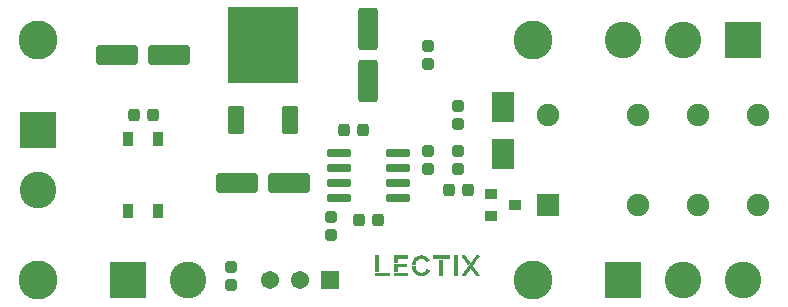
<source format=gts>
G04 #@! TF.GenerationSoftware,KiCad,Pcbnew,6.0.9-8da3e8f707~116~ubuntu20.04.1*
G04 #@! TF.CreationDate,2023-03-26T17:56:32+00:00*
G04 #@! TF.ProjectId,LEC011001,4c454330-3131-4303-9031-2e6b69636164,rev?*
G04 #@! TF.SameCoordinates,Original*
G04 #@! TF.FileFunction,Soldermask,Top*
G04 #@! TF.FilePolarity,Negative*
%FSLAX46Y46*%
G04 Gerber Fmt 4.6, Leading zero omitted, Abs format (unit mm)*
G04 Created by KiCad (PCBNEW 6.0.9-8da3e8f707~116~ubuntu20.04.1) date 2023-03-26 17:56:32*
%MOMM*%
%LPD*%
G01*
G04 APERTURE LIST*
G04 Aperture macros list*
%AMRoundRect*
0 Rectangle with rounded corners*
0 $1 Rounding radius*
0 $2 $3 $4 $5 $6 $7 $8 $9 X,Y pos of 4 corners*
0 Add a 4 corners polygon primitive as box body*
4,1,4,$2,$3,$4,$5,$6,$7,$8,$9,$2,$3,0*
0 Add four circle primitives for the rounded corners*
1,1,$1+$1,$2,$3*
1,1,$1+$1,$4,$5*
1,1,$1+$1,$6,$7*
1,1,$1+$1,$8,$9*
0 Add four rect primitives between the rounded corners*
20,1,$1+$1,$2,$3,$4,$5,0*
20,1,$1+$1,$4,$5,$6,$7,0*
20,1,$1+$1,$6,$7,$8,$9,0*
20,1,$1+$1,$8,$9,$2,$3,0*%
G04 Aperture macros list end*
%ADD10C,0.010000*%
%ADD11RoundRect,0.300600X1.500400X0.550400X-1.500400X0.550400X-1.500400X-0.550400X1.500400X-0.550400X0*%
%ADD12RoundRect,0.269750X0.218750X0.256250X-0.218750X0.256250X-0.218750X-0.256250X0.218750X-0.256250X0*%
%ADD13RoundRect,0.269750X-0.218750X-0.256250X0.218750X-0.256250X0.218750X0.256250X-0.218750X0.256250X0*%
%ADD14RoundRect,0.269750X0.256250X-0.218750X0.256250X0.218750X-0.256250X0.218750X-0.256250X-0.218750X0*%
%ADD15RoundRect,0.300600X0.550400X-1.500400X0.550400X1.500400X-0.550400X1.500400X-0.550400X-1.500400X0*%
%ADD16RoundRect,0.051000X-0.400000X0.500000X-0.400000X-0.500000X0.400000X-0.500000X0.400000X0.500000X0*%
%ADD17RoundRect,0.269750X-0.256250X0.218750X-0.256250X-0.218750X0.256250X-0.218750X0.256250X0.218750X0*%
%ADD18RoundRect,0.051000X-0.900000X1.250000X-0.900000X-1.250000X0.900000X-1.250000X0.900000X1.250000X0*%
%ADD19C,3.302000*%
%ADD20RoundRect,0.051000X-1.500000X-1.500000X1.500000X-1.500000X1.500000X1.500000X-1.500000X1.500000X0*%
%ADD21C,3.102000*%
%ADD22RoundRect,0.051000X-1.500000X1.500000X-1.500000X-1.500000X1.500000X-1.500000X1.500000X1.500000X0*%
%ADD23RoundRect,0.051000X1.500000X1.500000X-1.500000X1.500000X-1.500000X-1.500000X1.500000X-1.500000X0*%
%ADD24C,1.902000*%
%ADD25RoundRect,0.051000X0.900000X-0.900000X0.900000X0.900000X-0.900000X0.900000X-0.900000X-0.900000X0*%
%ADD26RoundRect,0.051000X-0.450000X-0.400000X0.450000X-0.400000X0.450000X0.400000X-0.450000X0.400000X0*%
%ADD27RoundRect,0.051000X0.600000X-1.100000X0.600000X1.100000X-0.600000X1.100000X-0.600000X-1.100000X0*%
%ADD28RoundRect,0.051000X2.900000X-3.200000X2.900000X3.200000X-2.900000X3.200000X-2.900000X-3.200000X0*%
%ADD29RoundRect,0.051000X-0.720000X-0.720000X0.720000X-0.720000X0.720000X0.720000X-0.720000X0.720000X0*%
%ADD30C,1.542000*%
%ADD31RoundRect,0.201000X0.825000X0.150000X-0.825000X0.150000X-0.825000X-0.150000X0.825000X-0.150000X0*%
%ADD32RoundRect,0.276000X0.250000X-0.225000X0.250000X0.225000X-0.250000X0.225000X-0.250000X-0.225000X0*%
G04 APERTURE END LIST*
G04 #@! TO.C,LOGO1*
G36*
X119238740Y-52915820D02*
G01*
X119017760Y-52915820D01*
X119017760Y-51244500D01*
X119238740Y-51244500D01*
X119238740Y-52915820D01*
G37*
D10*
X119238740Y-52915820D02*
X119017760Y-52915820D01*
X119017760Y-51244500D01*
X119238740Y-51244500D01*
X119238740Y-52915820D01*
G36*
X114938520Y-52179220D02*
G01*
X114179060Y-52179220D01*
X114179060Y-52522120D01*
X113958080Y-52522120D01*
X113958080Y-51955700D01*
X114938520Y-51955700D01*
X114938520Y-52179220D01*
G37*
X114938520Y-52179220D02*
X114179060Y-52179220D01*
X114179060Y-52522120D01*
X113958080Y-52522120D01*
X113958080Y-51955700D01*
X114938520Y-51955700D01*
X114938520Y-52179220D01*
G36*
X112581400Y-52522120D02*
G01*
X112360420Y-52522120D01*
X112360420Y-51247040D01*
X112581400Y-51247040D01*
X112581400Y-52522120D01*
G37*
X112581400Y-52522120D02*
X112360420Y-52522120D01*
X112360420Y-51247040D01*
X112581400Y-51247040D01*
X112581400Y-52522120D01*
G36*
X115052820Y-51457860D02*
G01*
X114179060Y-51457860D01*
X114179060Y-51770280D01*
X113955540Y-51770280D01*
X113955540Y-51236880D01*
X115052820Y-51236880D01*
X115052820Y-51457860D01*
G37*
X115052820Y-51457860D02*
X114179060Y-51457860D01*
X114179060Y-51770280D01*
X113955540Y-51770280D01*
X113955540Y-51236880D01*
X115052820Y-51236880D01*
X115052820Y-51457860D01*
G36*
X120996304Y-51250092D02*
G01*
X121014850Y-51250188D01*
X121128296Y-51250850D01*
X120822148Y-51669183D01*
X120792064Y-51710298D01*
X120762787Y-51750325D01*
X120734458Y-51789069D01*
X120707217Y-51826338D01*
X120681206Y-51861940D01*
X120656566Y-51895680D01*
X120633436Y-51927366D01*
X120611957Y-51956806D01*
X120592271Y-51983806D01*
X120574518Y-52008172D01*
X120558839Y-52029713D01*
X120545374Y-52048236D01*
X120534265Y-52063546D01*
X120525651Y-52075452D01*
X120519674Y-52083760D01*
X120516474Y-52088277D01*
X120515946Y-52089087D01*
X120517407Y-52091269D01*
X120521707Y-52097370D01*
X120528703Y-52107192D01*
X120538256Y-52120541D01*
X120550224Y-52137220D01*
X120564465Y-52157032D01*
X120580838Y-52179783D01*
X120599202Y-52205275D01*
X120619416Y-52233314D01*
X120641337Y-52263701D01*
X120664825Y-52296243D01*
X120689739Y-52330742D01*
X120715938Y-52367003D01*
X120743279Y-52404829D01*
X120771622Y-52444025D01*
X120800825Y-52484395D01*
X120812671Y-52500766D01*
X120842190Y-52541564D01*
X120870913Y-52581274D01*
X120898699Y-52619701D01*
X120925405Y-52656647D01*
X120950889Y-52691916D01*
X120975010Y-52725310D01*
X120997626Y-52756635D01*
X121018595Y-52785692D01*
X121037775Y-52812285D01*
X121055025Y-52836218D01*
X121070202Y-52857293D01*
X121083164Y-52875315D01*
X121093770Y-52890086D01*
X121101878Y-52901411D01*
X121107346Y-52909091D01*
X121110033Y-52912932D01*
X121110296Y-52913347D01*
X121108016Y-52913981D01*
X121100822Y-52914522D01*
X121088878Y-52914969D01*
X121072349Y-52915317D01*
X121051400Y-52915563D01*
X121026196Y-52915703D01*
X120997266Y-52915734D01*
X120883390Y-52915649D01*
X120642090Y-52581780D01*
X120615526Y-52545037D01*
X120589765Y-52509426D01*
X120564965Y-52475163D01*
X120541283Y-52442466D01*
X120518876Y-52411550D01*
X120497902Y-52382632D01*
X120478517Y-52355929D01*
X120460880Y-52331658D01*
X120445147Y-52310034D01*
X120431475Y-52291274D01*
X120420023Y-52275596D01*
X120410948Y-52263215D01*
X120404406Y-52254347D01*
X120400556Y-52249211D01*
X120399520Y-52247933D01*
X120397906Y-52249950D01*
X120393455Y-52255854D01*
X120386324Y-52265427D01*
X120376674Y-52278455D01*
X120364661Y-52294722D01*
X120350447Y-52314010D01*
X120334188Y-52336106D01*
X120316044Y-52360791D01*
X120296173Y-52387851D01*
X120274734Y-52417070D01*
X120251887Y-52448231D01*
X120227789Y-52481119D01*
X120202600Y-52515518D01*
X120176477Y-52551211D01*
X120155680Y-52579644D01*
X120128925Y-52616214D01*
X120102965Y-52651667D01*
X120077961Y-52685786D01*
X120054072Y-52718355D01*
X120031458Y-52749156D01*
X120010279Y-52777973D01*
X119990693Y-52804589D01*
X119972863Y-52828787D01*
X119956946Y-52850350D01*
X119943102Y-52869061D01*
X119931493Y-52884704D01*
X119922276Y-52897061D01*
X119915613Y-52905916D01*
X119911662Y-52911051D01*
X119910570Y-52912335D01*
X119907574Y-52912529D01*
X119900025Y-52912680D01*
X119888450Y-52912789D01*
X119873375Y-52912853D01*
X119855327Y-52912870D01*
X119834833Y-52912839D01*
X119812419Y-52912759D01*
X119795648Y-52912672D01*
X119683267Y-52912010D01*
X120289225Y-52083970D01*
X120331717Y-52025907D01*
X120373457Y-51968878D01*
X120414343Y-51913019D01*
X120454276Y-51858469D01*
X120493154Y-51805363D01*
X120530878Y-51753839D01*
X120567347Y-51704036D01*
X120602459Y-51656089D01*
X120636115Y-51610136D01*
X120668214Y-51566314D01*
X120698655Y-51524761D01*
X120727338Y-51485614D01*
X120754162Y-51449011D01*
X120779027Y-51415087D01*
X120801832Y-51383981D01*
X120822477Y-51355831D01*
X120840860Y-51330772D01*
X120856882Y-51308943D01*
X120870441Y-51290481D01*
X120881437Y-51275522D01*
X120889771Y-51264205D01*
X120895340Y-51256667D01*
X120898045Y-51253044D01*
X120898294Y-51252728D01*
X120900129Y-51251936D01*
X120904193Y-51251292D01*
X120910860Y-51250789D01*
X120920504Y-51250418D01*
X120933497Y-51250171D01*
X120950212Y-51250039D01*
X120971024Y-51250016D01*
X120996304Y-51250092D01*
G37*
X120996304Y-51250092D02*
X121014850Y-51250188D01*
X121128296Y-51250850D01*
X120822148Y-51669183D01*
X120792064Y-51710298D01*
X120762787Y-51750325D01*
X120734458Y-51789069D01*
X120707217Y-51826338D01*
X120681206Y-51861940D01*
X120656566Y-51895680D01*
X120633436Y-51927366D01*
X120611957Y-51956806D01*
X120592271Y-51983806D01*
X120574518Y-52008172D01*
X120558839Y-52029713D01*
X120545374Y-52048236D01*
X120534265Y-52063546D01*
X120525651Y-52075452D01*
X120519674Y-52083760D01*
X120516474Y-52088277D01*
X120515946Y-52089087D01*
X120517407Y-52091269D01*
X120521707Y-52097370D01*
X120528703Y-52107192D01*
X120538256Y-52120541D01*
X120550224Y-52137220D01*
X120564465Y-52157032D01*
X120580838Y-52179783D01*
X120599202Y-52205275D01*
X120619416Y-52233314D01*
X120641337Y-52263701D01*
X120664825Y-52296243D01*
X120689739Y-52330742D01*
X120715938Y-52367003D01*
X120743279Y-52404829D01*
X120771622Y-52444025D01*
X120800825Y-52484395D01*
X120812671Y-52500766D01*
X120842190Y-52541564D01*
X120870913Y-52581274D01*
X120898699Y-52619701D01*
X120925405Y-52656647D01*
X120950889Y-52691916D01*
X120975010Y-52725310D01*
X120997626Y-52756635D01*
X121018595Y-52785692D01*
X121037775Y-52812285D01*
X121055025Y-52836218D01*
X121070202Y-52857293D01*
X121083164Y-52875315D01*
X121093770Y-52890086D01*
X121101878Y-52901411D01*
X121107346Y-52909091D01*
X121110033Y-52912932D01*
X121110296Y-52913347D01*
X121108016Y-52913981D01*
X121100822Y-52914522D01*
X121088878Y-52914969D01*
X121072349Y-52915317D01*
X121051400Y-52915563D01*
X121026196Y-52915703D01*
X120997266Y-52915734D01*
X120883390Y-52915649D01*
X120642090Y-52581780D01*
X120615526Y-52545037D01*
X120589765Y-52509426D01*
X120564965Y-52475163D01*
X120541283Y-52442466D01*
X120518876Y-52411550D01*
X120497902Y-52382632D01*
X120478517Y-52355929D01*
X120460880Y-52331658D01*
X120445147Y-52310034D01*
X120431475Y-52291274D01*
X120420023Y-52275596D01*
X120410948Y-52263215D01*
X120404406Y-52254347D01*
X120400556Y-52249211D01*
X120399520Y-52247933D01*
X120397906Y-52249950D01*
X120393455Y-52255854D01*
X120386324Y-52265427D01*
X120376674Y-52278455D01*
X120364661Y-52294722D01*
X120350447Y-52314010D01*
X120334188Y-52336106D01*
X120316044Y-52360791D01*
X120296173Y-52387851D01*
X120274734Y-52417070D01*
X120251887Y-52448231D01*
X120227789Y-52481119D01*
X120202600Y-52515518D01*
X120176477Y-52551211D01*
X120155680Y-52579644D01*
X120128925Y-52616214D01*
X120102965Y-52651667D01*
X120077961Y-52685786D01*
X120054072Y-52718355D01*
X120031458Y-52749156D01*
X120010279Y-52777973D01*
X119990693Y-52804589D01*
X119972863Y-52828787D01*
X119956946Y-52850350D01*
X119943102Y-52869061D01*
X119931493Y-52884704D01*
X119922276Y-52897061D01*
X119915613Y-52905916D01*
X119911662Y-52911051D01*
X119910570Y-52912335D01*
X119907574Y-52912529D01*
X119900025Y-52912680D01*
X119888450Y-52912789D01*
X119873375Y-52912853D01*
X119855327Y-52912870D01*
X119834833Y-52912839D01*
X119812419Y-52912759D01*
X119795648Y-52912672D01*
X119683267Y-52912010D01*
X120289225Y-52083970D01*
X120331717Y-52025907D01*
X120373457Y-51968878D01*
X120414343Y-51913019D01*
X120454276Y-51858469D01*
X120493154Y-51805363D01*
X120530878Y-51753839D01*
X120567347Y-51704036D01*
X120602459Y-51656089D01*
X120636115Y-51610136D01*
X120668214Y-51566314D01*
X120698655Y-51524761D01*
X120727338Y-51485614D01*
X120754162Y-51449011D01*
X120779027Y-51415087D01*
X120801832Y-51383981D01*
X120822477Y-51355831D01*
X120840860Y-51330772D01*
X120856882Y-51308943D01*
X120870441Y-51290481D01*
X120881437Y-51275522D01*
X120889771Y-51264205D01*
X120895340Y-51256667D01*
X120898045Y-51253044D01*
X120898294Y-51252728D01*
X120900129Y-51251936D01*
X120904193Y-51251292D01*
X120910860Y-51250789D01*
X120920504Y-51250418D01*
X120933497Y-51250171D01*
X120950212Y-51250039D01*
X120971024Y-51250016D01*
X120996304Y-51250092D01*
G36*
X115678402Y-52205255D02*
G01*
X115683120Y-52254642D01*
X115692714Y-52303391D01*
X115706988Y-52351126D01*
X115725743Y-52397472D01*
X115748784Y-52442055D01*
X115775913Y-52484500D01*
X115806933Y-52524432D01*
X115841648Y-52561476D01*
X115879860Y-52595258D01*
X115885940Y-52600066D01*
X115926038Y-52628193D01*
X115969345Y-52652754D01*
X116015214Y-52673491D01*
X116062999Y-52690147D01*
X116112054Y-52702466D01*
X116161733Y-52710191D01*
X116163061Y-52710331D01*
X116184417Y-52711812D01*
X116209012Y-52712277D01*
X116235170Y-52711784D01*
X116261216Y-52710393D01*
X116285475Y-52708161D01*
X116305040Y-52705369D01*
X116355420Y-52693968D01*
X116404171Y-52678011D01*
X116450973Y-52657722D01*
X116495506Y-52633326D01*
X116537447Y-52605050D01*
X116576477Y-52573119D01*
X116612275Y-52537757D01*
X116644521Y-52499189D01*
X116672893Y-52457642D01*
X116683459Y-52439570D01*
X116687764Y-52431866D01*
X116690977Y-52426162D01*
X116692419Y-52423660D01*
X116692428Y-52423648D01*
X116694718Y-52424589D01*
X116700966Y-52427586D01*
X116710622Y-52432356D01*
X116723134Y-52438617D01*
X116737950Y-52446087D01*
X116754518Y-52454484D01*
X116772288Y-52463526D01*
X116790709Y-52472930D01*
X116809227Y-52482414D01*
X116827292Y-52491697D01*
X116844353Y-52500496D01*
X116859857Y-52508530D01*
X116873254Y-52515515D01*
X116883992Y-52521170D01*
X116891519Y-52525212D01*
X116895284Y-52527360D01*
X116895579Y-52527574D01*
X116896342Y-52529476D01*
X116895650Y-52532864D01*
X116893236Y-52538246D01*
X116888829Y-52546130D01*
X116882161Y-52557022D01*
X116872963Y-52571432D01*
X116869532Y-52576730D01*
X116833745Y-52627247D01*
X116794233Y-52674456D01*
X116751253Y-52718181D01*
X116705061Y-52758245D01*
X116655915Y-52794473D01*
X116604071Y-52826690D01*
X116549786Y-52854719D01*
X116493317Y-52878386D01*
X116434922Y-52897513D01*
X116381386Y-52910608D01*
X116360451Y-52914715D01*
X116341307Y-52917937D01*
X116322786Y-52920387D01*
X116303721Y-52922177D01*
X116282944Y-52923419D01*
X116259286Y-52924226D01*
X116235190Y-52924665D01*
X116216965Y-52924860D01*
X116200071Y-52924960D01*
X116185281Y-52924966D01*
X116173367Y-52924880D01*
X116165103Y-52924704D01*
X116161530Y-52924485D01*
X116155642Y-52923741D01*
X116146310Y-52922630D01*
X116135138Y-52921341D01*
X116129780Y-52920735D01*
X116074003Y-52912047D01*
X116018007Y-52898574D01*
X115962401Y-52880545D01*
X115907794Y-52858188D01*
X115854797Y-52831731D01*
X115804019Y-52801401D01*
X115795770Y-52795955D01*
X115765798Y-52775098D01*
X115739044Y-52754653D01*
X115713942Y-52733317D01*
X115688927Y-52709790D01*
X115673718Y-52694501D01*
X115631520Y-52647656D01*
X115593616Y-52598179D01*
X115560086Y-52546236D01*
X115531014Y-52491994D01*
X115506482Y-52435618D01*
X115486574Y-52377274D01*
X115471371Y-52317129D01*
X115463187Y-52271477D01*
X115461980Y-52262261D01*
X115460577Y-52249810D01*
X115459087Y-52235307D01*
X115457618Y-52219937D01*
X115456281Y-52204885D01*
X115455185Y-52191334D01*
X115454438Y-52180470D01*
X115454150Y-52173505D01*
X115456602Y-52173107D01*
X115463621Y-52172738D01*
X115474692Y-52172405D01*
X115489304Y-52172119D01*
X115506941Y-52171886D01*
X115527091Y-52171717D01*
X115549241Y-52171620D01*
X115565519Y-52171600D01*
X115676899Y-52171600D01*
X115678402Y-52205255D01*
G37*
X115678402Y-52205255D02*
X115683120Y-52254642D01*
X115692714Y-52303391D01*
X115706988Y-52351126D01*
X115725743Y-52397472D01*
X115748784Y-52442055D01*
X115775913Y-52484500D01*
X115806933Y-52524432D01*
X115841648Y-52561476D01*
X115879860Y-52595258D01*
X115885940Y-52600066D01*
X115926038Y-52628193D01*
X115969345Y-52652754D01*
X116015214Y-52673491D01*
X116062999Y-52690147D01*
X116112054Y-52702466D01*
X116161733Y-52710191D01*
X116163061Y-52710331D01*
X116184417Y-52711812D01*
X116209012Y-52712277D01*
X116235170Y-52711784D01*
X116261216Y-52710393D01*
X116285475Y-52708161D01*
X116305040Y-52705369D01*
X116355420Y-52693968D01*
X116404171Y-52678011D01*
X116450973Y-52657722D01*
X116495506Y-52633326D01*
X116537447Y-52605050D01*
X116576477Y-52573119D01*
X116612275Y-52537757D01*
X116644521Y-52499189D01*
X116672893Y-52457642D01*
X116683459Y-52439570D01*
X116687764Y-52431866D01*
X116690977Y-52426162D01*
X116692419Y-52423660D01*
X116692428Y-52423648D01*
X116694718Y-52424589D01*
X116700966Y-52427586D01*
X116710622Y-52432356D01*
X116723134Y-52438617D01*
X116737950Y-52446087D01*
X116754518Y-52454484D01*
X116772288Y-52463526D01*
X116790709Y-52472930D01*
X116809227Y-52482414D01*
X116827292Y-52491697D01*
X116844353Y-52500496D01*
X116859857Y-52508530D01*
X116873254Y-52515515D01*
X116883992Y-52521170D01*
X116891519Y-52525212D01*
X116895284Y-52527360D01*
X116895579Y-52527574D01*
X116896342Y-52529476D01*
X116895650Y-52532864D01*
X116893236Y-52538246D01*
X116888829Y-52546130D01*
X116882161Y-52557022D01*
X116872963Y-52571432D01*
X116869532Y-52576730D01*
X116833745Y-52627247D01*
X116794233Y-52674456D01*
X116751253Y-52718181D01*
X116705061Y-52758245D01*
X116655915Y-52794473D01*
X116604071Y-52826690D01*
X116549786Y-52854719D01*
X116493317Y-52878386D01*
X116434922Y-52897513D01*
X116381386Y-52910608D01*
X116360451Y-52914715D01*
X116341307Y-52917937D01*
X116322786Y-52920387D01*
X116303721Y-52922177D01*
X116282944Y-52923419D01*
X116259286Y-52924226D01*
X116235190Y-52924665D01*
X116216965Y-52924860D01*
X116200071Y-52924960D01*
X116185281Y-52924966D01*
X116173367Y-52924880D01*
X116165103Y-52924704D01*
X116161530Y-52924485D01*
X116155642Y-52923741D01*
X116146310Y-52922630D01*
X116135138Y-52921341D01*
X116129780Y-52920735D01*
X116074003Y-52912047D01*
X116018007Y-52898574D01*
X115962401Y-52880545D01*
X115907794Y-52858188D01*
X115854797Y-52831731D01*
X115804019Y-52801401D01*
X115795770Y-52795955D01*
X115765798Y-52775098D01*
X115739044Y-52754653D01*
X115713942Y-52733317D01*
X115688927Y-52709790D01*
X115673718Y-52694501D01*
X115631520Y-52647656D01*
X115593616Y-52598179D01*
X115560086Y-52546236D01*
X115531014Y-52491994D01*
X115506482Y-52435618D01*
X115486574Y-52377274D01*
X115471371Y-52317129D01*
X115463187Y-52271477D01*
X115461980Y-52262261D01*
X115460577Y-52249810D01*
X115459087Y-52235307D01*
X115457618Y-52219937D01*
X115456281Y-52204885D01*
X115455185Y-52191334D01*
X115454438Y-52180470D01*
X115454150Y-52173505D01*
X115456602Y-52173107D01*
X115463621Y-52172738D01*
X115474692Y-52172405D01*
X115489304Y-52172119D01*
X115506941Y-52171886D01*
X115527091Y-52171717D01*
X115549241Y-52171620D01*
X115565519Y-52171600D01*
X115676899Y-52171600D01*
X115678402Y-52205255D01*
G36*
X118570720Y-51465480D02*
G01*
X117201660Y-51465480D01*
X117201660Y-51244500D01*
X118570720Y-51244500D01*
X118570720Y-51465480D01*
G37*
X118570720Y-51465480D02*
X117201660Y-51465480D01*
X117201660Y-51244500D01*
X118570720Y-51244500D01*
X118570720Y-51465480D01*
G36*
X119880968Y-51244500D02*
G01*
X120086269Y-51527044D01*
X120110799Y-51560835D01*
X120134493Y-51593537D01*
X120157180Y-51624909D01*
X120178689Y-51654714D01*
X120198848Y-51682711D01*
X120217487Y-51708663D01*
X120234435Y-51732329D01*
X120249520Y-51753470D01*
X120262571Y-51771848D01*
X120273418Y-51787223D01*
X120281889Y-51799356D01*
X120287814Y-51808009D01*
X120291021Y-51812942D01*
X120291570Y-51814021D01*
X120290129Y-51817001D01*
X120286077Y-51823439D01*
X120279817Y-51832779D01*
X120271755Y-51844461D01*
X120262293Y-51857928D01*
X120251838Y-51872622D01*
X120240793Y-51887984D01*
X120229562Y-51903457D01*
X120218551Y-51918483D01*
X120208162Y-51932504D01*
X120198801Y-51944962D01*
X120190872Y-51955298D01*
X120184779Y-51962955D01*
X120180927Y-51967375D01*
X120179810Y-51968247D01*
X120178071Y-51966223D01*
X120173504Y-51960295D01*
X120166264Y-51950671D01*
X120156502Y-51937561D01*
X120144373Y-51921174D01*
X120130029Y-51901719D01*
X120113625Y-51879405D01*
X120095313Y-51854442D01*
X120075247Y-51827037D01*
X120053579Y-51797402D01*
X120030465Y-51765743D01*
X120006056Y-51732272D01*
X119980506Y-51697196D01*
X119953968Y-51660724D01*
X119926596Y-51623067D01*
X119918190Y-51611493D01*
X119890558Y-51573445D01*
X119863707Y-51536468D01*
X119837789Y-51500772D01*
X119812960Y-51466572D01*
X119789374Y-51434081D01*
X119767186Y-51403511D01*
X119746549Y-51375075D01*
X119727618Y-51348985D01*
X119710548Y-51325456D01*
X119695493Y-51304699D01*
X119682608Y-51286927D01*
X119672047Y-51272354D01*
X119663964Y-51261192D01*
X119658514Y-51253654D01*
X119655851Y-51249952D01*
X119655625Y-51249630D01*
X119654877Y-51248417D01*
X119654715Y-51247412D01*
X119655563Y-51246595D01*
X119657844Y-51245947D01*
X119661981Y-51245449D01*
X119668399Y-51245081D01*
X119677522Y-51244823D01*
X119689772Y-51244655D01*
X119705573Y-51244559D01*
X119725349Y-51244514D01*
X119749525Y-51244500D01*
X119766554Y-51244499D01*
X119880968Y-51244500D01*
G37*
X119880968Y-51244500D02*
X120086269Y-51527044D01*
X120110799Y-51560835D01*
X120134493Y-51593537D01*
X120157180Y-51624909D01*
X120178689Y-51654714D01*
X120198848Y-51682711D01*
X120217487Y-51708663D01*
X120234435Y-51732329D01*
X120249520Y-51753470D01*
X120262571Y-51771848D01*
X120273418Y-51787223D01*
X120281889Y-51799356D01*
X120287814Y-51808009D01*
X120291021Y-51812942D01*
X120291570Y-51814021D01*
X120290129Y-51817001D01*
X120286077Y-51823439D01*
X120279817Y-51832779D01*
X120271755Y-51844461D01*
X120262293Y-51857928D01*
X120251838Y-51872622D01*
X120240793Y-51887984D01*
X120229562Y-51903457D01*
X120218551Y-51918483D01*
X120208162Y-51932504D01*
X120198801Y-51944962D01*
X120190872Y-51955298D01*
X120184779Y-51962955D01*
X120180927Y-51967375D01*
X120179810Y-51968247D01*
X120178071Y-51966223D01*
X120173504Y-51960295D01*
X120166264Y-51950671D01*
X120156502Y-51937561D01*
X120144373Y-51921174D01*
X120130029Y-51901719D01*
X120113625Y-51879405D01*
X120095313Y-51854442D01*
X120075247Y-51827037D01*
X120053579Y-51797402D01*
X120030465Y-51765743D01*
X120006056Y-51732272D01*
X119980506Y-51697196D01*
X119953968Y-51660724D01*
X119926596Y-51623067D01*
X119918190Y-51611493D01*
X119890558Y-51573445D01*
X119863707Y-51536468D01*
X119837789Y-51500772D01*
X119812960Y-51466572D01*
X119789374Y-51434081D01*
X119767186Y-51403511D01*
X119746549Y-51375075D01*
X119727618Y-51348985D01*
X119710548Y-51325456D01*
X119695493Y-51304699D01*
X119682608Y-51286927D01*
X119672047Y-51272354D01*
X119663964Y-51261192D01*
X119658514Y-51253654D01*
X119655851Y-51249952D01*
X119655625Y-51249630D01*
X119654877Y-51248417D01*
X119654715Y-51247412D01*
X119655563Y-51246595D01*
X119657844Y-51245947D01*
X119661981Y-51245449D01*
X119668399Y-51245081D01*
X119677522Y-51244823D01*
X119689772Y-51244655D01*
X119705573Y-51244559D01*
X119725349Y-51244514D01*
X119749525Y-51244500D01*
X119766554Y-51244499D01*
X119880968Y-51244500D01*
G36*
X115052820Y-52923440D02*
G01*
X113960620Y-52923440D01*
X113960620Y-52699920D01*
X115052820Y-52699920D01*
X115052820Y-52923440D01*
G37*
X115052820Y-52923440D02*
X113960620Y-52923440D01*
X113960620Y-52699920D01*
X115052820Y-52699920D01*
X115052820Y-52923440D01*
G36*
X117991600Y-52915820D02*
G01*
X117770620Y-52915820D01*
X117770620Y-51633120D01*
X117991600Y-51633120D01*
X117991600Y-52915820D01*
G37*
X117991600Y-52915820D02*
X117770620Y-52915820D01*
X117770620Y-51633120D01*
X117991600Y-51633120D01*
X117991600Y-52915820D01*
G36*
X116246209Y-51241115D02*
G01*
X116267949Y-51241898D01*
X116286476Y-51243135D01*
X116294880Y-51244013D01*
X116356536Y-51254111D01*
X116416482Y-51268858D01*
X116474502Y-51288120D01*
X116530380Y-51311760D01*
X116583901Y-51339642D01*
X116634850Y-51371632D01*
X116683012Y-51407592D01*
X116728171Y-51447388D01*
X116770111Y-51490884D01*
X116808617Y-51537944D01*
X116843475Y-51588433D01*
X116844753Y-51590462D01*
X116850950Y-51600604D01*
X116855873Y-51609176D01*
X116859032Y-51615284D01*
X116859933Y-51618034D01*
X116859927Y-51618046D01*
X116857616Y-51619794D01*
X116851584Y-51623936D01*
X116842376Y-51630116D01*
X116830541Y-51637976D01*
X116816627Y-51647159D01*
X116801181Y-51657308D01*
X116784750Y-51668066D01*
X116767883Y-51679075D01*
X116751127Y-51689979D01*
X116735029Y-51700419D01*
X116720138Y-51710039D01*
X116707000Y-51718482D01*
X116696165Y-51725390D01*
X116688178Y-51730407D01*
X116683588Y-51733174D01*
X116682794Y-51733584D01*
X116679968Y-51732718D01*
X116675905Y-51728095D01*
X116670305Y-51719339D01*
X116667184Y-51713914D01*
X116650089Y-51686428D01*
X116629427Y-51658002D01*
X116606229Y-51629852D01*
X116581528Y-51603197D01*
X116556356Y-51579254D01*
X116544480Y-51569140D01*
X116503846Y-51539172D01*
X116460247Y-51513127D01*
X116414196Y-51491226D01*
X116366208Y-51473690D01*
X116316797Y-51460740D01*
X116276452Y-51453813D01*
X116254946Y-51451768D01*
X116230221Y-51450722D01*
X116203760Y-51450637D01*
X116177045Y-51451480D01*
X116151557Y-51453214D01*
X116128779Y-51455804D01*
X116117826Y-51457603D01*
X116067286Y-51469608D01*
X116018775Y-51486099D01*
X115972534Y-51506857D01*
X115928804Y-51531666D01*
X115887826Y-51560308D01*
X115849841Y-51592566D01*
X115815090Y-51628223D01*
X115783814Y-51667062D01*
X115756252Y-51708864D01*
X115732648Y-51753413D01*
X115713240Y-51800492D01*
X115703199Y-51831621D01*
X115692556Y-51876052D01*
X115685928Y-51922105D01*
X115683432Y-51960145D01*
X115682028Y-52001420D01*
X115461031Y-52001420D01*
X115462507Y-51956335D01*
X115466951Y-51896765D01*
X115476239Y-51838219D01*
X115490196Y-51780945D01*
X115508643Y-51725192D01*
X115531405Y-51671206D01*
X115558306Y-51619239D01*
X115589168Y-51569537D01*
X115623816Y-51522349D01*
X115662073Y-51477923D01*
X115703762Y-51436510D01*
X115748708Y-51398355D01*
X115796733Y-51363709D01*
X115847661Y-51332820D01*
X115901316Y-51305936D01*
X115934200Y-51292046D01*
X115987077Y-51273465D01*
X116041789Y-51258763D01*
X116099205Y-51247716D01*
X116114540Y-51245434D01*
X116130719Y-51243688D01*
X116150782Y-51242339D01*
X116173544Y-51241399D01*
X116197825Y-51240875D01*
X116222441Y-51240777D01*
X116246209Y-51241115D01*
G37*
X116246209Y-51241115D02*
X116267949Y-51241898D01*
X116286476Y-51243135D01*
X116294880Y-51244013D01*
X116356536Y-51254111D01*
X116416482Y-51268858D01*
X116474502Y-51288120D01*
X116530380Y-51311760D01*
X116583901Y-51339642D01*
X116634850Y-51371632D01*
X116683012Y-51407592D01*
X116728171Y-51447388D01*
X116770111Y-51490884D01*
X116808617Y-51537944D01*
X116843475Y-51588433D01*
X116844753Y-51590462D01*
X116850950Y-51600604D01*
X116855873Y-51609176D01*
X116859032Y-51615284D01*
X116859933Y-51618034D01*
X116859927Y-51618046D01*
X116857616Y-51619794D01*
X116851584Y-51623936D01*
X116842376Y-51630116D01*
X116830541Y-51637976D01*
X116816627Y-51647159D01*
X116801181Y-51657308D01*
X116784750Y-51668066D01*
X116767883Y-51679075D01*
X116751127Y-51689979D01*
X116735029Y-51700419D01*
X116720138Y-51710039D01*
X116707000Y-51718482D01*
X116696165Y-51725390D01*
X116688178Y-51730407D01*
X116683588Y-51733174D01*
X116682794Y-51733584D01*
X116679968Y-51732718D01*
X116675905Y-51728095D01*
X116670305Y-51719339D01*
X116667184Y-51713914D01*
X116650089Y-51686428D01*
X116629427Y-51658002D01*
X116606229Y-51629852D01*
X116581528Y-51603197D01*
X116556356Y-51579254D01*
X116544480Y-51569140D01*
X116503846Y-51539172D01*
X116460247Y-51513127D01*
X116414196Y-51491226D01*
X116366208Y-51473690D01*
X116316797Y-51460740D01*
X116276452Y-51453813D01*
X116254946Y-51451768D01*
X116230221Y-51450722D01*
X116203760Y-51450637D01*
X116177045Y-51451480D01*
X116151557Y-51453214D01*
X116128779Y-51455804D01*
X116117826Y-51457603D01*
X116067286Y-51469608D01*
X116018775Y-51486099D01*
X115972534Y-51506857D01*
X115928804Y-51531666D01*
X115887826Y-51560308D01*
X115849841Y-51592566D01*
X115815090Y-51628223D01*
X115783814Y-51667062D01*
X115756252Y-51708864D01*
X115732648Y-51753413D01*
X115713240Y-51800492D01*
X115703199Y-51831621D01*
X115692556Y-51876052D01*
X115685928Y-51922105D01*
X115683432Y-51960145D01*
X115682028Y-52001420D01*
X115461031Y-52001420D01*
X115462507Y-51956335D01*
X115466951Y-51896765D01*
X115476239Y-51838219D01*
X115490196Y-51780945D01*
X115508643Y-51725192D01*
X115531405Y-51671206D01*
X115558306Y-51619239D01*
X115589168Y-51569537D01*
X115623816Y-51522349D01*
X115662073Y-51477923D01*
X115703762Y-51436510D01*
X115748708Y-51398355D01*
X115796733Y-51363709D01*
X115847661Y-51332820D01*
X115901316Y-51305936D01*
X115934200Y-51292046D01*
X115987077Y-51273465D01*
X116041789Y-51258763D01*
X116099205Y-51247716D01*
X116114540Y-51245434D01*
X116130719Y-51243688D01*
X116150782Y-51242339D01*
X116173544Y-51241399D01*
X116197825Y-51240875D01*
X116222441Y-51240777D01*
X116246209Y-51241115D01*
G36*
X113508500Y-52923440D02*
G01*
X112360420Y-52923440D01*
X112360420Y-52699920D01*
X113508500Y-52699920D01*
X113508500Y-52923440D01*
G37*
X113508500Y-52923440D02*
X112360420Y-52923440D01*
X112360420Y-52699920D01*
X113508500Y-52699920D01*
X113508500Y-52923440D01*
G36*
X119238740Y-52915820D02*
G01*
X119017760Y-52915820D01*
X119017760Y-51244500D01*
X119238740Y-51244500D01*
X119238740Y-52915820D01*
G37*
X119238740Y-52915820D02*
X119017760Y-52915820D01*
X119017760Y-51244500D01*
X119238740Y-51244500D01*
X119238740Y-52915820D01*
G36*
X114938520Y-52179220D02*
G01*
X114179060Y-52179220D01*
X114179060Y-52522120D01*
X113958080Y-52522120D01*
X113958080Y-51955700D01*
X114938520Y-51955700D01*
X114938520Y-52179220D01*
G37*
X114938520Y-52179220D02*
X114179060Y-52179220D01*
X114179060Y-52522120D01*
X113958080Y-52522120D01*
X113958080Y-51955700D01*
X114938520Y-51955700D01*
X114938520Y-52179220D01*
G36*
X112581400Y-52522120D02*
G01*
X112360420Y-52522120D01*
X112360420Y-51247040D01*
X112581400Y-51247040D01*
X112581400Y-52522120D01*
G37*
X112581400Y-52522120D02*
X112360420Y-52522120D01*
X112360420Y-51247040D01*
X112581400Y-51247040D01*
X112581400Y-52522120D01*
G36*
X115052820Y-51457860D02*
G01*
X114179060Y-51457860D01*
X114179060Y-51770280D01*
X113955540Y-51770280D01*
X113955540Y-51236880D01*
X115052820Y-51236880D01*
X115052820Y-51457860D01*
G37*
X115052820Y-51457860D02*
X114179060Y-51457860D01*
X114179060Y-51770280D01*
X113955540Y-51770280D01*
X113955540Y-51236880D01*
X115052820Y-51236880D01*
X115052820Y-51457860D01*
G36*
X120996304Y-51250092D02*
G01*
X121014850Y-51250188D01*
X121128296Y-51250850D01*
X120822148Y-51669183D01*
X120792064Y-51710298D01*
X120762787Y-51750325D01*
X120734458Y-51789069D01*
X120707217Y-51826338D01*
X120681206Y-51861940D01*
X120656566Y-51895680D01*
X120633436Y-51927366D01*
X120611957Y-51956806D01*
X120592271Y-51983806D01*
X120574518Y-52008172D01*
X120558839Y-52029713D01*
X120545374Y-52048236D01*
X120534265Y-52063546D01*
X120525651Y-52075452D01*
X120519674Y-52083760D01*
X120516474Y-52088277D01*
X120515946Y-52089087D01*
X120517407Y-52091269D01*
X120521707Y-52097370D01*
X120528703Y-52107192D01*
X120538256Y-52120541D01*
X120550224Y-52137220D01*
X120564465Y-52157032D01*
X120580838Y-52179783D01*
X120599202Y-52205275D01*
X120619416Y-52233314D01*
X120641337Y-52263701D01*
X120664825Y-52296243D01*
X120689739Y-52330742D01*
X120715938Y-52367003D01*
X120743279Y-52404829D01*
X120771622Y-52444025D01*
X120800825Y-52484395D01*
X120812671Y-52500766D01*
X120842190Y-52541564D01*
X120870913Y-52581274D01*
X120898699Y-52619701D01*
X120925405Y-52656647D01*
X120950889Y-52691916D01*
X120975010Y-52725310D01*
X120997626Y-52756635D01*
X121018595Y-52785692D01*
X121037775Y-52812285D01*
X121055025Y-52836218D01*
X121070202Y-52857293D01*
X121083164Y-52875315D01*
X121093770Y-52890086D01*
X121101878Y-52901411D01*
X121107346Y-52909091D01*
X121110033Y-52912932D01*
X121110296Y-52913347D01*
X121108016Y-52913981D01*
X121100822Y-52914522D01*
X121088878Y-52914969D01*
X121072349Y-52915317D01*
X121051400Y-52915563D01*
X121026196Y-52915703D01*
X120997266Y-52915734D01*
X120883390Y-52915649D01*
X120642090Y-52581780D01*
X120615526Y-52545037D01*
X120589765Y-52509426D01*
X120564965Y-52475163D01*
X120541283Y-52442466D01*
X120518876Y-52411550D01*
X120497902Y-52382632D01*
X120478517Y-52355929D01*
X120460880Y-52331658D01*
X120445147Y-52310034D01*
X120431475Y-52291274D01*
X120420023Y-52275596D01*
X120410948Y-52263215D01*
X120404406Y-52254347D01*
X120400556Y-52249211D01*
X120399520Y-52247933D01*
X120397906Y-52249950D01*
X120393455Y-52255854D01*
X120386324Y-52265427D01*
X120376674Y-52278455D01*
X120364661Y-52294722D01*
X120350447Y-52314010D01*
X120334188Y-52336106D01*
X120316044Y-52360791D01*
X120296173Y-52387851D01*
X120274734Y-52417070D01*
X120251887Y-52448231D01*
X120227789Y-52481119D01*
X120202600Y-52515518D01*
X120176477Y-52551211D01*
X120155680Y-52579644D01*
X120128925Y-52616214D01*
X120102965Y-52651667D01*
X120077961Y-52685786D01*
X120054072Y-52718355D01*
X120031458Y-52749156D01*
X120010279Y-52777973D01*
X119990693Y-52804589D01*
X119972863Y-52828787D01*
X119956946Y-52850350D01*
X119943102Y-52869061D01*
X119931493Y-52884704D01*
X119922276Y-52897061D01*
X119915613Y-52905916D01*
X119911662Y-52911051D01*
X119910570Y-52912335D01*
X119907574Y-52912529D01*
X119900025Y-52912680D01*
X119888450Y-52912789D01*
X119873375Y-52912853D01*
X119855327Y-52912870D01*
X119834833Y-52912839D01*
X119812419Y-52912759D01*
X119795648Y-52912672D01*
X119683267Y-52912010D01*
X120289225Y-52083970D01*
X120331717Y-52025907D01*
X120373457Y-51968878D01*
X120414343Y-51913019D01*
X120454276Y-51858469D01*
X120493154Y-51805363D01*
X120530878Y-51753839D01*
X120567347Y-51704036D01*
X120602459Y-51656089D01*
X120636115Y-51610136D01*
X120668214Y-51566314D01*
X120698655Y-51524761D01*
X120727338Y-51485614D01*
X120754162Y-51449011D01*
X120779027Y-51415087D01*
X120801832Y-51383981D01*
X120822477Y-51355831D01*
X120840860Y-51330772D01*
X120856882Y-51308943D01*
X120870441Y-51290481D01*
X120881437Y-51275522D01*
X120889771Y-51264205D01*
X120895340Y-51256667D01*
X120898045Y-51253044D01*
X120898294Y-51252728D01*
X120900129Y-51251936D01*
X120904193Y-51251292D01*
X120910860Y-51250789D01*
X120920504Y-51250418D01*
X120933497Y-51250171D01*
X120950212Y-51250039D01*
X120971024Y-51250016D01*
X120996304Y-51250092D01*
G37*
X120996304Y-51250092D02*
X121014850Y-51250188D01*
X121128296Y-51250850D01*
X120822148Y-51669183D01*
X120792064Y-51710298D01*
X120762787Y-51750325D01*
X120734458Y-51789069D01*
X120707217Y-51826338D01*
X120681206Y-51861940D01*
X120656566Y-51895680D01*
X120633436Y-51927366D01*
X120611957Y-51956806D01*
X120592271Y-51983806D01*
X120574518Y-52008172D01*
X120558839Y-52029713D01*
X120545374Y-52048236D01*
X120534265Y-52063546D01*
X120525651Y-52075452D01*
X120519674Y-52083760D01*
X120516474Y-52088277D01*
X120515946Y-52089087D01*
X120517407Y-52091269D01*
X120521707Y-52097370D01*
X120528703Y-52107192D01*
X120538256Y-52120541D01*
X120550224Y-52137220D01*
X120564465Y-52157032D01*
X120580838Y-52179783D01*
X120599202Y-52205275D01*
X120619416Y-52233314D01*
X120641337Y-52263701D01*
X120664825Y-52296243D01*
X120689739Y-52330742D01*
X120715938Y-52367003D01*
X120743279Y-52404829D01*
X120771622Y-52444025D01*
X120800825Y-52484395D01*
X120812671Y-52500766D01*
X120842190Y-52541564D01*
X120870913Y-52581274D01*
X120898699Y-52619701D01*
X120925405Y-52656647D01*
X120950889Y-52691916D01*
X120975010Y-52725310D01*
X120997626Y-52756635D01*
X121018595Y-52785692D01*
X121037775Y-52812285D01*
X121055025Y-52836218D01*
X121070202Y-52857293D01*
X121083164Y-52875315D01*
X121093770Y-52890086D01*
X121101878Y-52901411D01*
X121107346Y-52909091D01*
X121110033Y-52912932D01*
X121110296Y-52913347D01*
X121108016Y-52913981D01*
X121100822Y-52914522D01*
X121088878Y-52914969D01*
X121072349Y-52915317D01*
X121051400Y-52915563D01*
X121026196Y-52915703D01*
X120997266Y-52915734D01*
X120883390Y-52915649D01*
X120642090Y-52581780D01*
X120615526Y-52545037D01*
X120589765Y-52509426D01*
X120564965Y-52475163D01*
X120541283Y-52442466D01*
X120518876Y-52411550D01*
X120497902Y-52382632D01*
X120478517Y-52355929D01*
X120460880Y-52331658D01*
X120445147Y-52310034D01*
X120431475Y-52291274D01*
X120420023Y-52275596D01*
X120410948Y-52263215D01*
X120404406Y-52254347D01*
X120400556Y-52249211D01*
X120399520Y-52247933D01*
X120397906Y-52249950D01*
X120393455Y-52255854D01*
X120386324Y-52265427D01*
X120376674Y-52278455D01*
X120364661Y-52294722D01*
X120350447Y-52314010D01*
X120334188Y-52336106D01*
X120316044Y-52360791D01*
X120296173Y-52387851D01*
X120274734Y-52417070D01*
X120251887Y-52448231D01*
X120227789Y-52481119D01*
X120202600Y-52515518D01*
X120176477Y-52551211D01*
X120155680Y-52579644D01*
X120128925Y-52616214D01*
X120102965Y-52651667D01*
X120077961Y-52685786D01*
X120054072Y-52718355D01*
X120031458Y-52749156D01*
X120010279Y-52777973D01*
X119990693Y-52804589D01*
X119972863Y-52828787D01*
X119956946Y-52850350D01*
X119943102Y-52869061D01*
X119931493Y-52884704D01*
X119922276Y-52897061D01*
X119915613Y-52905916D01*
X119911662Y-52911051D01*
X119910570Y-52912335D01*
X119907574Y-52912529D01*
X119900025Y-52912680D01*
X119888450Y-52912789D01*
X119873375Y-52912853D01*
X119855327Y-52912870D01*
X119834833Y-52912839D01*
X119812419Y-52912759D01*
X119795648Y-52912672D01*
X119683267Y-52912010D01*
X120289225Y-52083970D01*
X120331717Y-52025907D01*
X120373457Y-51968878D01*
X120414343Y-51913019D01*
X120454276Y-51858469D01*
X120493154Y-51805363D01*
X120530878Y-51753839D01*
X120567347Y-51704036D01*
X120602459Y-51656089D01*
X120636115Y-51610136D01*
X120668214Y-51566314D01*
X120698655Y-51524761D01*
X120727338Y-51485614D01*
X120754162Y-51449011D01*
X120779027Y-51415087D01*
X120801832Y-51383981D01*
X120822477Y-51355831D01*
X120840860Y-51330772D01*
X120856882Y-51308943D01*
X120870441Y-51290481D01*
X120881437Y-51275522D01*
X120889771Y-51264205D01*
X120895340Y-51256667D01*
X120898045Y-51253044D01*
X120898294Y-51252728D01*
X120900129Y-51251936D01*
X120904193Y-51251292D01*
X120910860Y-51250789D01*
X120920504Y-51250418D01*
X120933497Y-51250171D01*
X120950212Y-51250039D01*
X120971024Y-51250016D01*
X120996304Y-51250092D01*
G36*
X115678402Y-52205255D02*
G01*
X115683120Y-52254642D01*
X115692714Y-52303391D01*
X115706988Y-52351126D01*
X115725743Y-52397472D01*
X115748784Y-52442055D01*
X115775913Y-52484500D01*
X115806933Y-52524432D01*
X115841648Y-52561476D01*
X115879860Y-52595258D01*
X115885940Y-52600066D01*
X115926038Y-52628193D01*
X115969345Y-52652754D01*
X116015214Y-52673491D01*
X116062999Y-52690147D01*
X116112054Y-52702466D01*
X116161733Y-52710191D01*
X116163061Y-52710331D01*
X116184417Y-52711812D01*
X116209012Y-52712277D01*
X116235170Y-52711784D01*
X116261216Y-52710393D01*
X116285475Y-52708161D01*
X116305040Y-52705369D01*
X116355420Y-52693968D01*
X116404171Y-52678011D01*
X116450973Y-52657722D01*
X116495506Y-52633326D01*
X116537447Y-52605050D01*
X116576477Y-52573119D01*
X116612275Y-52537757D01*
X116644521Y-52499189D01*
X116672893Y-52457642D01*
X116683459Y-52439570D01*
X116687764Y-52431866D01*
X116690977Y-52426162D01*
X116692419Y-52423660D01*
X116692428Y-52423648D01*
X116694718Y-52424589D01*
X116700966Y-52427586D01*
X116710622Y-52432356D01*
X116723134Y-52438617D01*
X116737950Y-52446087D01*
X116754518Y-52454484D01*
X116772288Y-52463526D01*
X116790709Y-52472930D01*
X116809227Y-52482414D01*
X116827292Y-52491697D01*
X116844353Y-52500496D01*
X116859857Y-52508530D01*
X116873254Y-52515515D01*
X116883992Y-52521170D01*
X116891519Y-52525212D01*
X116895284Y-52527360D01*
X116895579Y-52527574D01*
X116896342Y-52529476D01*
X116895650Y-52532864D01*
X116893236Y-52538246D01*
X116888829Y-52546130D01*
X116882161Y-52557022D01*
X116872963Y-52571432D01*
X116869532Y-52576730D01*
X116833745Y-52627247D01*
X116794233Y-52674456D01*
X116751253Y-52718181D01*
X116705061Y-52758245D01*
X116655915Y-52794473D01*
X116604071Y-52826690D01*
X116549786Y-52854719D01*
X116493317Y-52878386D01*
X116434922Y-52897513D01*
X116381386Y-52910608D01*
X116360451Y-52914715D01*
X116341307Y-52917937D01*
X116322786Y-52920387D01*
X116303721Y-52922177D01*
X116282944Y-52923419D01*
X116259286Y-52924226D01*
X116235190Y-52924665D01*
X116216965Y-52924860D01*
X116200071Y-52924960D01*
X116185281Y-52924966D01*
X116173367Y-52924880D01*
X116165103Y-52924704D01*
X116161530Y-52924485D01*
X116155642Y-52923741D01*
X116146310Y-52922630D01*
X116135138Y-52921341D01*
X116129780Y-52920735D01*
X116074003Y-52912047D01*
X116018007Y-52898574D01*
X115962401Y-52880545D01*
X115907794Y-52858188D01*
X115854797Y-52831731D01*
X115804019Y-52801401D01*
X115795770Y-52795955D01*
X115765798Y-52775098D01*
X115739044Y-52754653D01*
X115713942Y-52733317D01*
X115688927Y-52709790D01*
X115673718Y-52694501D01*
X115631520Y-52647656D01*
X115593616Y-52598179D01*
X115560086Y-52546236D01*
X115531014Y-52491994D01*
X115506482Y-52435618D01*
X115486574Y-52377274D01*
X115471371Y-52317129D01*
X115463187Y-52271477D01*
X115461980Y-52262261D01*
X115460577Y-52249810D01*
X115459087Y-52235307D01*
X115457618Y-52219937D01*
X115456281Y-52204885D01*
X115455185Y-52191334D01*
X115454438Y-52180470D01*
X115454150Y-52173505D01*
X115456602Y-52173107D01*
X115463621Y-52172738D01*
X115474692Y-52172405D01*
X115489304Y-52172119D01*
X115506941Y-52171886D01*
X115527091Y-52171717D01*
X115549241Y-52171620D01*
X115565519Y-52171600D01*
X115676899Y-52171600D01*
X115678402Y-52205255D01*
G37*
X115678402Y-52205255D02*
X115683120Y-52254642D01*
X115692714Y-52303391D01*
X115706988Y-52351126D01*
X115725743Y-52397472D01*
X115748784Y-52442055D01*
X115775913Y-52484500D01*
X115806933Y-52524432D01*
X115841648Y-52561476D01*
X115879860Y-52595258D01*
X115885940Y-52600066D01*
X115926038Y-52628193D01*
X115969345Y-52652754D01*
X116015214Y-52673491D01*
X116062999Y-52690147D01*
X116112054Y-52702466D01*
X116161733Y-52710191D01*
X116163061Y-52710331D01*
X116184417Y-52711812D01*
X116209012Y-52712277D01*
X116235170Y-52711784D01*
X116261216Y-52710393D01*
X116285475Y-52708161D01*
X116305040Y-52705369D01*
X116355420Y-52693968D01*
X116404171Y-52678011D01*
X116450973Y-52657722D01*
X116495506Y-52633326D01*
X116537447Y-52605050D01*
X116576477Y-52573119D01*
X116612275Y-52537757D01*
X116644521Y-52499189D01*
X116672893Y-52457642D01*
X116683459Y-52439570D01*
X116687764Y-52431866D01*
X116690977Y-52426162D01*
X116692419Y-52423660D01*
X116692428Y-52423648D01*
X116694718Y-52424589D01*
X116700966Y-52427586D01*
X116710622Y-52432356D01*
X116723134Y-52438617D01*
X116737950Y-52446087D01*
X116754518Y-52454484D01*
X116772288Y-52463526D01*
X116790709Y-52472930D01*
X116809227Y-52482414D01*
X116827292Y-52491697D01*
X116844353Y-52500496D01*
X116859857Y-52508530D01*
X116873254Y-52515515D01*
X116883992Y-52521170D01*
X116891519Y-52525212D01*
X116895284Y-52527360D01*
X116895579Y-52527574D01*
X116896342Y-52529476D01*
X116895650Y-52532864D01*
X116893236Y-52538246D01*
X116888829Y-52546130D01*
X116882161Y-52557022D01*
X116872963Y-52571432D01*
X116869532Y-52576730D01*
X116833745Y-52627247D01*
X116794233Y-52674456D01*
X116751253Y-52718181D01*
X116705061Y-52758245D01*
X116655915Y-52794473D01*
X116604071Y-52826690D01*
X116549786Y-52854719D01*
X116493317Y-52878386D01*
X116434922Y-52897513D01*
X116381386Y-52910608D01*
X116360451Y-52914715D01*
X116341307Y-52917937D01*
X116322786Y-52920387D01*
X116303721Y-52922177D01*
X116282944Y-52923419D01*
X116259286Y-52924226D01*
X116235190Y-52924665D01*
X116216965Y-52924860D01*
X116200071Y-52924960D01*
X116185281Y-52924966D01*
X116173367Y-52924880D01*
X116165103Y-52924704D01*
X116161530Y-52924485D01*
X116155642Y-52923741D01*
X116146310Y-52922630D01*
X116135138Y-52921341D01*
X116129780Y-52920735D01*
X116074003Y-52912047D01*
X116018007Y-52898574D01*
X115962401Y-52880545D01*
X115907794Y-52858188D01*
X115854797Y-52831731D01*
X115804019Y-52801401D01*
X115795770Y-52795955D01*
X115765798Y-52775098D01*
X115739044Y-52754653D01*
X115713942Y-52733317D01*
X115688927Y-52709790D01*
X115673718Y-52694501D01*
X115631520Y-52647656D01*
X115593616Y-52598179D01*
X115560086Y-52546236D01*
X115531014Y-52491994D01*
X115506482Y-52435618D01*
X115486574Y-52377274D01*
X115471371Y-52317129D01*
X115463187Y-52271477D01*
X115461980Y-52262261D01*
X115460577Y-52249810D01*
X115459087Y-52235307D01*
X115457618Y-52219937D01*
X115456281Y-52204885D01*
X115455185Y-52191334D01*
X115454438Y-52180470D01*
X115454150Y-52173505D01*
X115456602Y-52173107D01*
X115463621Y-52172738D01*
X115474692Y-52172405D01*
X115489304Y-52172119D01*
X115506941Y-52171886D01*
X115527091Y-52171717D01*
X115549241Y-52171620D01*
X115565519Y-52171600D01*
X115676899Y-52171600D01*
X115678402Y-52205255D01*
G36*
X118570720Y-51465480D02*
G01*
X117201660Y-51465480D01*
X117201660Y-51244500D01*
X118570720Y-51244500D01*
X118570720Y-51465480D01*
G37*
X118570720Y-51465480D02*
X117201660Y-51465480D01*
X117201660Y-51244500D01*
X118570720Y-51244500D01*
X118570720Y-51465480D01*
G36*
X119880968Y-51244500D02*
G01*
X120086269Y-51527044D01*
X120110799Y-51560835D01*
X120134493Y-51593537D01*
X120157180Y-51624909D01*
X120178689Y-51654714D01*
X120198848Y-51682711D01*
X120217487Y-51708663D01*
X120234435Y-51732329D01*
X120249520Y-51753470D01*
X120262571Y-51771848D01*
X120273418Y-51787223D01*
X120281889Y-51799356D01*
X120287814Y-51808009D01*
X120291021Y-51812942D01*
X120291570Y-51814021D01*
X120290129Y-51817001D01*
X120286077Y-51823439D01*
X120279817Y-51832779D01*
X120271755Y-51844461D01*
X120262293Y-51857928D01*
X120251838Y-51872622D01*
X120240793Y-51887984D01*
X120229562Y-51903457D01*
X120218551Y-51918483D01*
X120208162Y-51932504D01*
X120198801Y-51944962D01*
X120190872Y-51955298D01*
X120184779Y-51962955D01*
X120180927Y-51967375D01*
X120179810Y-51968247D01*
X120178071Y-51966223D01*
X120173504Y-51960295D01*
X120166264Y-51950671D01*
X120156502Y-51937561D01*
X120144373Y-51921174D01*
X120130029Y-51901719D01*
X120113625Y-51879405D01*
X120095313Y-51854442D01*
X120075247Y-51827037D01*
X120053579Y-51797402D01*
X120030465Y-51765743D01*
X120006056Y-51732272D01*
X119980506Y-51697196D01*
X119953968Y-51660724D01*
X119926596Y-51623067D01*
X119918190Y-51611493D01*
X119890558Y-51573445D01*
X119863707Y-51536468D01*
X119837789Y-51500772D01*
X119812960Y-51466572D01*
X119789374Y-51434081D01*
X119767186Y-51403511D01*
X119746549Y-51375075D01*
X119727618Y-51348985D01*
X119710548Y-51325456D01*
X119695493Y-51304699D01*
X119682608Y-51286927D01*
X119672047Y-51272354D01*
X119663964Y-51261192D01*
X119658514Y-51253654D01*
X119655851Y-51249952D01*
X119655625Y-51249630D01*
X119654877Y-51248417D01*
X119654715Y-51247412D01*
X119655563Y-51246595D01*
X119657844Y-51245947D01*
X119661981Y-51245449D01*
X119668399Y-51245081D01*
X119677522Y-51244823D01*
X119689772Y-51244655D01*
X119705573Y-51244559D01*
X119725349Y-51244514D01*
X119749525Y-51244500D01*
X119766554Y-51244499D01*
X119880968Y-51244500D01*
G37*
X119880968Y-51244500D02*
X120086269Y-51527044D01*
X120110799Y-51560835D01*
X120134493Y-51593537D01*
X120157180Y-51624909D01*
X120178689Y-51654714D01*
X120198848Y-51682711D01*
X120217487Y-51708663D01*
X120234435Y-51732329D01*
X120249520Y-51753470D01*
X120262571Y-51771848D01*
X120273418Y-51787223D01*
X120281889Y-51799356D01*
X120287814Y-51808009D01*
X120291021Y-51812942D01*
X120291570Y-51814021D01*
X120290129Y-51817001D01*
X120286077Y-51823439D01*
X120279817Y-51832779D01*
X120271755Y-51844461D01*
X120262293Y-51857928D01*
X120251838Y-51872622D01*
X120240793Y-51887984D01*
X120229562Y-51903457D01*
X120218551Y-51918483D01*
X120208162Y-51932504D01*
X120198801Y-51944962D01*
X120190872Y-51955298D01*
X120184779Y-51962955D01*
X120180927Y-51967375D01*
X120179810Y-51968247D01*
X120178071Y-51966223D01*
X120173504Y-51960295D01*
X120166264Y-51950671D01*
X120156502Y-51937561D01*
X120144373Y-51921174D01*
X120130029Y-51901719D01*
X120113625Y-51879405D01*
X120095313Y-51854442D01*
X120075247Y-51827037D01*
X120053579Y-51797402D01*
X120030465Y-51765743D01*
X120006056Y-51732272D01*
X119980506Y-51697196D01*
X119953968Y-51660724D01*
X119926596Y-51623067D01*
X119918190Y-51611493D01*
X119890558Y-51573445D01*
X119863707Y-51536468D01*
X119837789Y-51500772D01*
X119812960Y-51466572D01*
X119789374Y-51434081D01*
X119767186Y-51403511D01*
X119746549Y-51375075D01*
X119727618Y-51348985D01*
X119710548Y-51325456D01*
X119695493Y-51304699D01*
X119682608Y-51286927D01*
X119672047Y-51272354D01*
X119663964Y-51261192D01*
X119658514Y-51253654D01*
X119655851Y-51249952D01*
X119655625Y-51249630D01*
X119654877Y-51248417D01*
X119654715Y-51247412D01*
X119655563Y-51246595D01*
X119657844Y-51245947D01*
X119661981Y-51245449D01*
X119668399Y-51245081D01*
X119677522Y-51244823D01*
X119689772Y-51244655D01*
X119705573Y-51244559D01*
X119725349Y-51244514D01*
X119749525Y-51244500D01*
X119766554Y-51244499D01*
X119880968Y-51244500D01*
G36*
X115052820Y-52923440D02*
G01*
X113960620Y-52923440D01*
X113960620Y-52699920D01*
X115052820Y-52699920D01*
X115052820Y-52923440D01*
G37*
X115052820Y-52923440D02*
X113960620Y-52923440D01*
X113960620Y-52699920D01*
X115052820Y-52699920D01*
X115052820Y-52923440D01*
G36*
X117991600Y-52915820D02*
G01*
X117770620Y-52915820D01*
X117770620Y-51633120D01*
X117991600Y-51633120D01*
X117991600Y-52915820D01*
G37*
X117991600Y-52915820D02*
X117770620Y-52915820D01*
X117770620Y-51633120D01*
X117991600Y-51633120D01*
X117991600Y-52915820D01*
G36*
X116246209Y-51241115D02*
G01*
X116267949Y-51241898D01*
X116286476Y-51243135D01*
X116294880Y-51244013D01*
X116356536Y-51254111D01*
X116416482Y-51268858D01*
X116474502Y-51288120D01*
X116530380Y-51311760D01*
X116583901Y-51339642D01*
X116634850Y-51371632D01*
X116683012Y-51407592D01*
X116728171Y-51447388D01*
X116770111Y-51490884D01*
X116808617Y-51537944D01*
X116843475Y-51588433D01*
X116844753Y-51590462D01*
X116850950Y-51600604D01*
X116855873Y-51609176D01*
X116859032Y-51615284D01*
X116859933Y-51618034D01*
X116859927Y-51618046D01*
X116857616Y-51619794D01*
X116851584Y-51623936D01*
X116842376Y-51630116D01*
X116830541Y-51637976D01*
X116816627Y-51647159D01*
X116801181Y-51657308D01*
X116784750Y-51668066D01*
X116767883Y-51679075D01*
X116751127Y-51689979D01*
X116735029Y-51700419D01*
X116720138Y-51710039D01*
X116707000Y-51718482D01*
X116696165Y-51725390D01*
X116688178Y-51730407D01*
X116683588Y-51733174D01*
X116682794Y-51733584D01*
X116679968Y-51732718D01*
X116675905Y-51728095D01*
X116670305Y-51719339D01*
X116667184Y-51713914D01*
X116650089Y-51686428D01*
X116629427Y-51658002D01*
X116606229Y-51629852D01*
X116581528Y-51603197D01*
X116556356Y-51579254D01*
X116544480Y-51569140D01*
X116503846Y-51539172D01*
X116460247Y-51513127D01*
X116414196Y-51491226D01*
X116366208Y-51473690D01*
X116316797Y-51460740D01*
X116276452Y-51453813D01*
X116254946Y-51451768D01*
X116230221Y-51450722D01*
X116203760Y-51450637D01*
X116177045Y-51451480D01*
X116151557Y-51453214D01*
X116128779Y-51455804D01*
X116117826Y-51457603D01*
X116067286Y-51469608D01*
X116018775Y-51486099D01*
X115972534Y-51506857D01*
X115928804Y-51531666D01*
X115887826Y-51560308D01*
X115849841Y-51592566D01*
X115815090Y-51628223D01*
X115783814Y-51667062D01*
X115756252Y-51708864D01*
X115732648Y-51753413D01*
X115713240Y-51800492D01*
X115703199Y-51831621D01*
X115692556Y-51876052D01*
X115685928Y-51922105D01*
X115683432Y-51960145D01*
X115682028Y-52001420D01*
X115461031Y-52001420D01*
X115462507Y-51956335D01*
X115466951Y-51896765D01*
X115476239Y-51838219D01*
X115490196Y-51780945D01*
X115508643Y-51725192D01*
X115531405Y-51671206D01*
X115558306Y-51619239D01*
X115589168Y-51569537D01*
X115623816Y-51522349D01*
X115662073Y-51477923D01*
X115703762Y-51436510D01*
X115748708Y-51398355D01*
X115796733Y-51363709D01*
X115847661Y-51332820D01*
X115901316Y-51305936D01*
X115934200Y-51292046D01*
X115987077Y-51273465D01*
X116041789Y-51258763D01*
X116099205Y-51247716D01*
X116114540Y-51245434D01*
X116130719Y-51243688D01*
X116150782Y-51242339D01*
X116173544Y-51241399D01*
X116197825Y-51240875D01*
X116222441Y-51240777D01*
X116246209Y-51241115D01*
G37*
X116246209Y-51241115D02*
X116267949Y-51241898D01*
X116286476Y-51243135D01*
X116294880Y-51244013D01*
X116356536Y-51254111D01*
X116416482Y-51268858D01*
X116474502Y-51288120D01*
X116530380Y-51311760D01*
X116583901Y-51339642D01*
X116634850Y-51371632D01*
X116683012Y-51407592D01*
X116728171Y-51447388D01*
X116770111Y-51490884D01*
X116808617Y-51537944D01*
X116843475Y-51588433D01*
X116844753Y-51590462D01*
X116850950Y-51600604D01*
X116855873Y-51609176D01*
X116859032Y-51615284D01*
X116859933Y-51618034D01*
X116859927Y-51618046D01*
X116857616Y-51619794D01*
X116851584Y-51623936D01*
X116842376Y-51630116D01*
X116830541Y-51637976D01*
X116816627Y-51647159D01*
X116801181Y-51657308D01*
X116784750Y-51668066D01*
X116767883Y-51679075D01*
X116751127Y-51689979D01*
X116735029Y-51700419D01*
X116720138Y-51710039D01*
X116707000Y-51718482D01*
X116696165Y-51725390D01*
X116688178Y-51730407D01*
X116683588Y-51733174D01*
X116682794Y-51733584D01*
X116679968Y-51732718D01*
X116675905Y-51728095D01*
X116670305Y-51719339D01*
X116667184Y-51713914D01*
X116650089Y-51686428D01*
X116629427Y-51658002D01*
X116606229Y-51629852D01*
X116581528Y-51603197D01*
X116556356Y-51579254D01*
X116544480Y-51569140D01*
X116503846Y-51539172D01*
X116460247Y-51513127D01*
X116414196Y-51491226D01*
X116366208Y-51473690D01*
X116316797Y-51460740D01*
X116276452Y-51453813D01*
X116254946Y-51451768D01*
X116230221Y-51450722D01*
X116203760Y-51450637D01*
X116177045Y-51451480D01*
X116151557Y-51453214D01*
X116128779Y-51455804D01*
X116117826Y-51457603D01*
X116067286Y-51469608D01*
X116018775Y-51486099D01*
X115972534Y-51506857D01*
X115928804Y-51531666D01*
X115887826Y-51560308D01*
X115849841Y-51592566D01*
X115815090Y-51628223D01*
X115783814Y-51667062D01*
X115756252Y-51708864D01*
X115732648Y-51753413D01*
X115713240Y-51800492D01*
X115703199Y-51831621D01*
X115692556Y-51876052D01*
X115685928Y-51922105D01*
X115683432Y-51960145D01*
X115682028Y-52001420D01*
X115461031Y-52001420D01*
X115462507Y-51956335D01*
X115466951Y-51896765D01*
X115476239Y-51838219D01*
X115490196Y-51780945D01*
X115508643Y-51725192D01*
X115531405Y-51671206D01*
X115558306Y-51619239D01*
X115589168Y-51569537D01*
X115623816Y-51522349D01*
X115662073Y-51477923D01*
X115703762Y-51436510D01*
X115748708Y-51398355D01*
X115796733Y-51363709D01*
X115847661Y-51332820D01*
X115901316Y-51305936D01*
X115934200Y-51292046D01*
X115987077Y-51273465D01*
X116041789Y-51258763D01*
X116099205Y-51247716D01*
X116114540Y-51245434D01*
X116130719Y-51243688D01*
X116150782Y-51242339D01*
X116173544Y-51241399D01*
X116197825Y-51240875D01*
X116222441Y-51240777D01*
X116246209Y-51241115D01*
G36*
X113508500Y-52923440D02*
G01*
X112360420Y-52923440D01*
X112360420Y-52699920D01*
X113508500Y-52699920D01*
X113508500Y-52923440D01*
G37*
X113508500Y-52923440D02*
X112360420Y-52923440D01*
X112360420Y-52699920D01*
X113508500Y-52699920D01*
X113508500Y-52923440D01*
G04 #@! TD*
D11*
G04 #@! TO.C,C1*
X94910000Y-34290000D03*
X90510000Y-34290000D03*
G04 #@! TD*
D12*
G04 #@! TO.C,C2*
X93497500Y-39370000D03*
X91922500Y-39370000D03*
G04 #@! TD*
D13*
G04 #@! TO.C,C4*
X109702500Y-40640000D03*
X111277500Y-40640000D03*
G04 #@! TD*
D14*
G04 #@! TO.C,C5*
X116840000Y-35077500D03*
X116840000Y-33502500D03*
G04 #@! TD*
D15*
G04 #@! TO.C,C7*
X111760000Y-36490000D03*
X111760000Y-32090000D03*
G04 #@! TD*
D16*
G04 #@! TO.C,D1*
X93980000Y-41375000D03*
X91440000Y-41375000D03*
X91440000Y-47525000D03*
X93980000Y-47525000D03*
G04 #@! TD*
D17*
G04 #@! TO.C,D2*
X119380000Y-42392500D03*
X119380000Y-43967500D03*
G04 #@! TD*
D18*
G04 #@! TO.C,D3*
X123190000Y-38640000D03*
X123190000Y-42640000D03*
G04 #@! TD*
D19*
G04 #@! TO.C,H1*
X83820000Y-53340000D03*
G04 #@! TD*
G04 #@! TO.C,H2*
X125730000Y-33020000D03*
G04 #@! TD*
G04 #@! TO.C,H3*
X83820000Y-33020000D03*
G04 #@! TD*
G04 #@! TO.C,H4*
X125730000Y-53340000D03*
G04 #@! TD*
D20*
G04 #@! TO.C,J1*
X91440000Y-53340000D03*
D21*
X96520000Y-53340000D03*
G04 #@! TD*
D22*
G04 #@! TO.C,J2*
X83820000Y-40640000D03*
D21*
X83820000Y-45720000D03*
G04 #@! TD*
D23*
G04 #@! TO.C,J3*
X143510000Y-33020000D03*
D21*
X138430000Y-33020000D03*
X133350000Y-33020000D03*
G04 #@! TD*
D20*
G04 #@! TO.C,J4*
X133350000Y-53340000D03*
D21*
X138430000Y-53340000D03*
X143510000Y-53340000D03*
G04 #@! TD*
D24*
G04 #@! TO.C,K1*
X127000000Y-39370000D03*
X134620000Y-39370000D03*
X139700000Y-39370000D03*
X144780000Y-39370000D03*
X144780000Y-46990000D03*
X139700000Y-46990000D03*
X134620000Y-46990000D03*
D25*
X127000000Y-46990000D03*
G04 #@! TD*
D26*
G04 #@! TO.C,Q1*
X122190000Y-46040000D03*
X122190000Y-47940000D03*
X124190000Y-46990000D03*
G04 #@! TD*
D12*
G04 #@! TO.C,R3*
X120167500Y-45720000D03*
X118592500Y-45720000D03*
G04 #@! TD*
D17*
G04 #@! TO.C,R4*
X119380000Y-38582500D03*
X119380000Y-40157500D03*
G04 #@! TD*
D27*
G04 #@! TO.C,U1*
X100590000Y-39760000D03*
D28*
X102870000Y-33460000D03*
D27*
X105150000Y-39760000D03*
G04 #@! TD*
D11*
G04 #@! TO.C,C3*
X105070000Y-45085000D03*
X100670000Y-45085000D03*
G04 #@! TD*
D29*
G04 #@! TO.C,RV1*
X108550000Y-53340000D03*
D30*
X106010000Y-53340000D03*
X103470000Y-53340000D03*
G04 #@! TD*
D17*
G04 #@! TO.C,R2*
X108585000Y-47955000D03*
X108585000Y-49530000D03*
G04 #@! TD*
D31*
G04 #@! TO.C,U2*
X114235000Y-46355000D03*
X114235000Y-45085000D03*
X114235000Y-43815000D03*
X114235000Y-42545000D03*
X109285000Y-42545000D03*
X109285000Y-43815000D03*
X109285000Y-45085000D03*
X109285000Y-46355000D03*
G04 #@! TD*
D17*
G04 #@! TO.C,R1*
X116840000Y-42392500D03*
X116840000Y-43967500D03*
G04 #@! TD*
D13*
G04 #@! TO.C,C6*
X110972500Y-48260000D03*
X112547500Y-48260000D03*
G04 #@! TD*
D32*
G04 #@! TO.C,C8*
X100100000Y-53775000D03*
X100100000Y-52225000D03*
G04 #@! TD*
M02*

</source>
